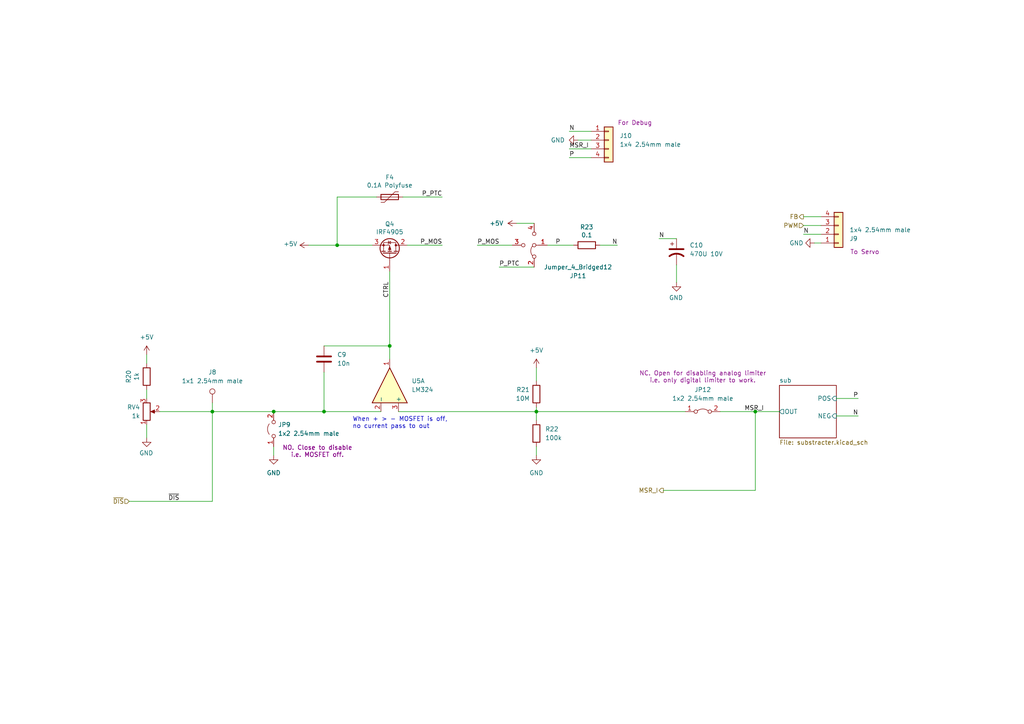
<source format=kicad_sch>
(kicad_sch (version 20231120) (generator "eeschema") (generator_version "8.0")
  (paper "A4")
  (lib_symbols
    (symbol "Amplifier_Operational:LM324" (pin_names (offset 0.127))
      (property "Reference" "U" (at 0 5.08 0))
      (property "Value" "LM324" (at 0 -5.08 0))
      (symbol "LM324_1_1"
        (polyline (pts (xy -5.08 5.08) (xy 5.08 0) (xy -5.08 -5.08) (xy -5.08 5.08)) (stroke (width 0.254)) (fill (type background)))
        (pin output line (at 7.62 0 180) (length 2.54) (name "~") (number "1"))
        (pin input line (at -7.62 -2.54 0) (length 2.54) (name "-") (number "2"))
        (pin input line (at -7.62 2.54 0) (length 2.54) (name "+") (number "3"))
      )
      (symbol "LM324_2_1"
        (polyline (pts (xy -5.08 5.08) (xy 5.08 0) (xy -5.08 -5.08) (xy -5.08 5.08)) (stroke (width 0.254)) (fill (type background)))
        (pin input line (at -7.62 2.54 0) (length 2.54) (name "+") (number "5"))
        (pin input line (at -7.62 -2.54 0) (length 2.54) (name "-") (number "6"))
        (pin output line (at 7.62 0 180) (length 2.54) (name "~") (number "7"))
      )
      (symbol "LM324_3_1"
        (polyline (pts (xy -5.08 5.08) (xy 5.08 0) (xy -5.08 -5.08) (xy -5.08 5.08)) (stroke (width 0.254)) (fill (type background)))
        (pin input line (at -7.62 2.54 0) (length 2.54) (name "+") (number "10"))
        (pin output line (at 7.62 0 180) (length 2.54) (name "~") (number "8"))
        (pin input line (at -7.62 -2.54 0) (length 2.54) (name "-") (number "9"))
      )
      (symbol "LM324_4_1"
        (polyline (pts (xy -5.08 5.08) (xy 5.08 0) (xy -5.08 -5.08) (xy -5.08 5.08)) (stroke (width 0.254)) (fill (type background)))
        (pin input line (at -7.62 2.54 0) (length 2.54) (name "+") (number "12"))
        (pin input line (at -7.62 -2.54 0) (length 2.54) (name "-") (number "13"))
        (pin output line (at 7.62 0 180) (length 2.54) (name "~") (number "14"))
      )
      (symbol "LM324_5_1"
        (pin power_in line (at -2.54 -7.62 90) (length 3.81) (name "V-") (number "11"))
        (pin power_in line (at -2.54 7.62 270) (length 3.81) (name "V+") (number "4"))
      )
    )
    (symbol "Connector:TestPoint" (pin_numbers hide) (pin_names (offset 0.762) hide)
      (property "Reference" "TP" (at 0 6.858 0))
      (property "Value" "TestPoint" (at 0 5.08 0))
      (symbol "TestPoint_0_1"
        (circle (center 0 3.302) (radius 0.762))
      )
      (symbol "TestPoint_1_1"
        (pin passive line (at 0 0 90) (length 2.54) (name "1") (number "1"))
      )
    )
    (symbol "Connector_Generic:Conn_01x04" (pin_names (offset 1.016) hide)
      (property "Reference" "J" (at 0 5.08 0))
      (property "Value" "Conn_01x04" (at 0 -7.62 0))
      (symbol "Conn_01x04_1_1"
        (rectangle (start -1.27 -4.953) (end 0 -5.207) (stroke (width 0.1524)))
        (rectangle (start -1.27 -2.413) (end 0 -2.667) (stroke (width 0.1524)))
        (rectangle (start -1.27 0.127) (end 0 -0.127) (stroke (width 0.1524)))
        (rectangle (start -1.27 2.667) (end 0 2.413) (stroke (width 0.1524)))
        (rectangle (start -1.27 3.81) (end 1.27 -6.35) (stroke (width 0.254)) (fill (type background)))
        (pin passive line (at -5.08 2.54 0) (length 3.81) (name "Pin_1") (number "1"))
        (pin passive line (at -5.08 0 0) (length 3.81) (name "Pin_2") (number "2"))
        (pin passive line (at -5.08 -2.54 0) (length 3.81) (name "Pin_3") (number "3"))
        (pin passive line (at -5.08 -5.08 0) (length 3.81) (name "Pin_4") (number "4"))
      )
    )
    (symbol "Device:C" (pin_numbers hide) (pin_names (offset 0.254))
      (property "Reference" "C" (at 0.635 2.54 0))
      (property "Value" "C" (at 0.635 -2.54 0))
      (symbol "C_0_1"
        (polyline (pts (xy -2.032 -0.762) (xy 2.032 -0.762)) (stroke (width 0.508)))
        (polyline (pts (xy -2.032 0.762) (xy 2.032 0.762)) (stroke (width 0.508)))
      )
      (symbol "C_1_1"
        (pin passive line (at 0 3.81 270) (length 2.794) (name "~") (number "1"))
        (pin passive line (at 0 -3.81 90) (length 2.794) (name "~") (number "2"))
      )
    )
    (symbol "Device:C_Polarized_US" (pin_numbers hide) (pin_names (offset 0.254) hide)
      (property "Reference" "C" (at 0.635 2.54 0))
      (property "Value" "C_Polarized_US" (at 0.635 -2.54 0))
      (symbol "C_Polarized_US_0_1"
        (polyline (pts (xy -2.032 0.762) (xy 2.032 0.762)) (stroke (width 0.508)))
        (polyline (pts (xy -1.778 2.286) (xy -0.762 2.286)))
        (polyline (pts (xy -1.27 1.778) (xy -1.27 2.794)))
        (arc (start 2.032 -1.27) (mid 0 -0.5572) (end -2.032 -1.27) (stroke (width 0.508)))
      )
      (symbol "C_Polarized_US_1_1"
        (pin passive line (at 0 3.81 270) (length 2.794) (name "~") (number "1"))
        (pin passive line (at 0 -3.81 90) (length 3.302) (name "~") (number "2"))
      )
    )
    (symbol "Device:Polyfuse" (pin_numbers hide) (pin_names (offset 0))
      (property "Reference" "F" (at -2.54 0 90))
      (property "Value" "Polyfuse" (at 2.54 0 90))
      (symbol "Polyfuse_0_1"
        (rectangle (start -0.762 2.54) (end 0.762 -2.54) (stroke (width 0.254)))
        (polyline (pts (xy 0 2.54) (xy 0 -2.54)))
        (polyline (pts (xy -1.524 2.54) (xy -1.524 1.524) (xy 1.524 -1.524) (xy 1.524 -2.54)))
      )
      (symbol "Polyfuse_1_1"
        (pin passive line (at 0 3.81 270) (length 1.27) (name "~") (number "1"))
        (pin passive line (at 0 -3.81 90) (length 1.27) (name "~") (number "2"))
      )
    )
    (symbol "Device:Q_PMOS_GDS" (pin_names (offset 0) hide)
      (property "Reference" "Q" (at 5.08 1.27 0))
      (property "Value" "Q_PMOS_GDS" (at 5.08 -1.27 0))
      (symbol "Q_PMOS_GDS_0_1"
        (polyline (pts (xy 0.254 0) (xy -2.54 0)))
        (polyline (pts (xy 0.254 1.905) (xy 0.254 -1.905)) (stroke (width 0.254)))
        (polyline (pts (xy 0.762 -1.27) (xy 0.762 -2.286)) (stroke (width 0.254)))
        (polyline (pts (xy 0.762 0.508) (xy 0.762 -0.508)) (stroke (width 0.254)))
        (polyline (pts (xy 0.762 2.286) (xy 0.762 1.27)) (stroke (width 0.254)))
        (polyline (pts (xy 2.54 2.54) (xy 2.54 1.778)))
        (polyline (pts (xy 2.54 -2.54) (xy 2.54 0) (xy 0.762 0)))
        (polyline (pts (xy 0.762 1.778) (xy 3.302 1.778) (xy 3.302 -1.778) (xy 0.762 -1.778)))
        (polyline (pts (xy 2.286 0) (xy 1.27 0.381) (xy 1.27 -0.381) (xy 2.286 0)) (fill (type outline)))
        (polyline (pts (xy 2.794 -0.508) (xy 2.921 -0.381) (xy 3.683 -0.381) (xy 3.81 -0.254)))
        (polyline (pts (xy 3.302 -0.381) (xy 2.921 0.254) (xy 3.683 0.254) (xy 3.302 -0.381)))
        (circle (center 1.651 0) (radius 2.794) (stroke (width 0.254)))
        (circle (center 2.54 -1.778) (radius 0.254) (fill (type outline)))
        (circle (center 2.54 1.778) (radius 0.254) (fill (type outline)))
      )
      (symbol "Q_PMOS_GDS_1_1"
        (pin input line (at -5.08 0 0) (length 2.54) (name "G") (number "1"))
        (pin passive line (at 2.54 5.08 270) (length 2.54) (name "D") (number "2"))
        (pin passive line (at 2.54 -5.08 90) (length 2.54) (name "S") (number "3"))
      )
    )
    (symbol "Device:R" (pin_numbers hide) (pin_names (offset 0))
      (property "Reference" "R" (at 2.032 0 90))
      (property "Value" "R" (at 0 0 90))
      (symbol "R_0_1"
        (rectangle (start -1.016 -2.54) (end 1.016 2.54) (stroke (width 0.254)))
      )
      (symbol "R_1_1"
        (pin passive line (at 0 3.81 270) (length 1.27) (name "~") (number "1"))
        (pin passive line (at 0 -3.81 90) (length 1.27) (name "~") (number "2"))
      )
    )
    (symbol "Device:R_Potentiometer" (pin_names (offset 1.016) hide)
      (property "Reference" "RV" (at -4.445 0 90))
      (property "Value" "R_Potentiometer" (at -2.54 0 90))
      (symbol "R_Potentiometer_0_1"
        (polyline (pts (xy 2.54 0) (xy 1.524 0)))
        (polyline (pts (xy 1.143 0) (xy 2.286 0.508) (xy 2.286 -0.508) (xy 1.143 0)) (fill (type outline)))
        (rectangle (start 1.016 2.54) (end -1.016 -2.54) (stroke (width 0.254)))
      )
      (symbol "R_Potentiometer_1_1"
        (pin passive line (at 0 3.81 270) (length 1.27) (name "1") (number "1"))
        (pin passive line (at 3.81 0 180) (length 1.27) (name "2") (number "2"))
        (pin passive line (at 0 -3.81 90) (length 1.27) (name "3") (number "3"))
      )
    )
    (symbol "Extra_Common:Jumper_4_Bridged12" (pin_names (offset 0) hide)
      (property "Reference" "JP" (at -2.54 -2.54 0))
      (property "Value" "Jumper_4_Bridged12" (at 12.7 3.81 0))
      (symbol "Jumper_4_Bridged12_0_0"
        (circle (center -3.302 0) (radius 0.508))
        (circle (center 0 0) (radius 0.508))
        (circle (center 0 3.175) (radius 0.508))
        (circle (center 3.302 0) (radius 0.508))
      )
      (symbol "Jumper_4_Bridged12_0_1"
        (arc (start -0.254 0.508) (mid -1.651 0.9912) (end -3.048 0.508))
        (polyline (pts (xy 0 -1.27) (xy 0 -0.508)))
      )
      (symbol "Jumper_4_Bridged12_1_1"
        (pin passive line (at 0 -3.81 90) (length 2.54) (name "C") (number "1"))
        (pin passive line (at -6.35 0 0) (length 2.54) (name "A") (number "2"))
        (pin passive line (at 0 6.35 270) (length 2.54) (name "D") (number "3"))
        (pin passive line (at 6.35 0 180) (length 2.54) (name "B") (number "4"))
      )
    )
    (symbol "Jumper:Jumper_2_Bridged" (pin_names (offset 0) hide)
      (property "Reference" "JP" (at 0 1.905 0))
      (property "Value" "Jumper_2_Bridged" (at 0 -2.54 0))
      (symbol "Jumper_2_Bridged_0_0"
        (circle (center -2.032 0) (radius 0.508))
        (circle (center 2.032 0) (radius 0.508))
      )
      (symbol "Jumper_2_Bridged_0_1"
        (arc (start 1.524 0.254) (mid 0 0.762) (end -1.524 0.254))
      )
      (symbol "Jumper_2_Bridged_1_1"
        (pin passive line (at -5.08 0 0) (length 2.54) (name "A") (number "1"))
        (pin passive line (at 5.08 0 180) (length 2.54) (name "B") (number "2"))
      )
    )
    (symbol "Jumper:Jumper_2_Open" (pin_names (offset 0) hide)
      (property "Reference" "JP" (at 0 2.794 0))
      (property "Value" "Jumper_2_Open" (at 0 -2.286 0))
      (symbol "Jumper_2_Open_0_0"
        (circle (center -2.032 0) (radius 0.508))
        (circle (center 2.032 0) (radius 0.508))
      )
      (symbol "Jumper_2_Open_0_1"
        (arc (start 1.524 1.27) (mid 0 1.778) (end -1.524 1.27))
      )
      (symbol "Jumper_2_Open_1_1"
        (pin passive line (at -5.08 0 0) (length 2.54) (name "A") (number "1"))
        (pin passive line (at 5.08 0 180) (length 2.54) (name "B") (number "2"))
      )
    )
    (symbol "power:+5V" (power) (pin_names (offset 0))
      (property "Value" "+5V" (at 0 3.556 0))
      (symbol "+5V_0_1"
        (polyline (pts (xy -0.762 1.27) (xy 0 2.54)))
        (polyline (pts (xy 0 0) (xy 0 2.54)))
        (polyline (pts (xy 0 2.54) (xy 0.762 1.27)))
      )
      (symbol "+5V_1_1"
        (pin power_in line (at 0 0 90) (length 0) hide (name "+5V") (number "1"))
      )
    )
    (symbol "power:GND" (power) (pin_names (offset 0))
      (property "Value" "GND" (at 0 -3.81 0))
      (symbol "GND_0_1"
        (polyline (pts (xy 0 0) (xy 0 -1.27) (xy 1.27 -1.27) (xy 0 -2.54) (xy -1.27 -1.27) (xy 0 -1.27)))
      )
      (symbol "GND_1_1"
        (pin power_in line (at 0 0 270) (length 0) hide (name "GND") (number "1"))
      )
    )
  )
  (junction (at 113.03 100.33))
  (junction (at 79.375 119.38))
  (junction (at 93.98 119.38))
  (junction (at 61.595 119.38))
  (junction (at 155.575 119.38))
  (junction (at 219.075 119.38))
  (junction (at 97.79 71.12))
  (wire (pts (xy 248.92 115.57) (xy 242.57 115.57)))
  (wire (pts (xy 165.1 43.18) (xy 171.45 43.18)))
  (wire (pts (xy 118.11 71.12) (xy 128.27 71.12)))
  (wire (pts (xy 155.575 119.38) (xy 155.575 121.92)))
  (wire (pts (xy 238.125 67.945) (xy 233.045 67.945)))
  (wire (pts (xy 79.375 129.54) (xy 79.375 132.08)))
  (wire (pts (xy 61.595 119.38) (xy 61.595 116.84)))
  (wire (pts (xy 113.03 100.33) (xy 113.03 104.14)))
  (wire (pts (xy 115.57 119.38) (xy 155.575 119.38)))
  (wire (pts (xy 192.405 142.24) (xy 219.075 142.24)))
  (wire (pts (xy 238.125 65.405) (xy 233.045 65.405)))
  (wire (pts (xy 196.215 81.915) (xy 196.215 76.835)))
  (wire (pts (xy 219.075 119.38) (xy 219.075 142.24)))
  (wire (pts (xy 155.575 129.54) (xy 155.575 132.08)))
  (wire (pts (xy 42.545 123.19) (xy 42.545 127)))
  (wire (pts (xy 116.84 57.15) (xy 128.27 57.15)))
  (wire (pts (xy 155.575 106.68) (xy 155.575 110.49)))
  (wire (pts (xy 155.575 119.38) (xy 198.755 119.38)))
  (wire (pts (xy 155.575 118.11) (xy 155.575 119.38)))
  (wire (pts (xy 165.1 38.1) (xy 171.45 38.1)))
  (wire (pts (xy 148.59 71.12) (xy 138.43 71.12)))
  (wire (pts (xy 208.915 119.38) (xy 219.075 119.38)))
  (wire (pts (xy 248.92 120.65) (xy 242.57 120.65)))
  (wire (pts (xy 79.375 119.38) (xy 93.98 119.38)))
  (wire (pts (xy 42.545 102.87) (xy 42.545 105.41)))
  (wire (pts (xy 113.03 78.74) (xy 113.03 100.33)))
  (wire (pts (xy 219.075 119.38) (xy 226.06 119.38)))
  (wire (pts (xy 37.465 145.415) (xy 61.595 145.415)))
  (wire (pts (xy 233.045 62.865) (xy 238.125 62.865)))
  (wire (pts (xy 93.98 119.38) (xy 110.49 119.38)))
  (wire (pts (xy 236.22 70.485) (xy 238.125 70.485)))
  (wire (pts (xy 93.98 107.95) (xy 93.98 119.38)))
  (wire (pts (xy 154.94 77.47) (xy 144.78 77.47)))
  (wire (pts (xy 158.75 71.12) (xy 166.37 71.12)))
  (wire (pts (xy 61.595 145.415) (xy 61.595 119.38)))
  (wire (pts (xy 196.215 69.215) (xy 191.135 69.215)))
  (wire (pts (xy 61.595 119.38) (xy 79.375 119.38)))
  (wire (pts (xy 97.79 57.15) (xy 109.22 57.15)))
  (wire (pts (xy 173.99 71.12) (xy 179.07 71.12)))
  (wire (pts (xy 89.535 71.12) (xy 97.79 71.12)))
  (wire (pts (xy 42.545 113.03) (xy 42.545 115.57)))
  (wire (pts (xy 97.79 71.12) (xy 97.79 57.15)))
  (wire (pts (xy 149.86 64.77) (xy 154.94 64.77)))
  (wire (pts (xy 171.45 40.64) (xy 167.64 40.64)))
  (wire (pts (xy 93.98 100.33) (xy 113.03 100.33)))
  (wire (pts (xy 97.79 71.12) (xy 107.95 71.12)))
  (wire (pts (xy 46.355 119.38) (xy 61.595 119.38)))
  (wire (pts (xy 165.1 45.72) (xy 171.45 45.72)))
  (text "When + > - MOSFET is off,\nno current pass to out" (at 102.235 124.46 0) (effects (font (size 1.27 1.27)) (justify left bottom)))
  (label "P_MOS" (at 128.27 71.12 180))
  (label "N" (at 191.135 69.215 0))
  (label "P" (at 165.1 45.72 0))
  (label "P_PTC" (at 128.27 57.15 180))
  (label "~{DIS}" (at 52.07 145.415 180))
  (label "CTRL" (at 113.03 86.36 90))
  (label "MSR_I" (at 215.9 119.38 0))
  (label "N" (at 233.045 67.945 0))
  (label "MSR_I" (at 165.1 43.18 0))
  (label "P" (at 162.56 71.12 180))
  (label "N" (at 248.92 120.65 180))
  (label "N" (at 179.07 71.12 180))
  (label "P_MOS" (at 138.43 71.12 0))
  (label "P" (at 248.92 115.57 180))
  (label "P_PTC" (at 144.78 77.47 0))
  (label "N" (at 165.1 38.1 0))
  (hierarchical_label "~{DIS}" (shape input) (at 37.465 145.415 180))
  (hierarchical_label "PWM" (shape input) (at 233.045 65.405 180))
  (hierarchical_label "MSR_I" (shape output) (at 192.405 142.24 180))
  (hierarchical_label "FB" (shape output) (at 233.045 62.865 180))
  (symbol (lib_id "power:+5V") (at 149.86 64.77 90) (unit 1)
    (property "Reference" "#PWR043" (effects (hide yes)))
    (property "Value" "+5V" (at 146.05 64.7699 90) (effects (justify left)))
    (instances (project "" (path "" (reference "#PWR043") (unit 1)) (path "" (reference "#PWR024") (unit 1)) (path "" (reference "#PWR029") (unit 1)) (path "" (reference "#PWR056") (unit 1))))
  )
  (symbol (lib_id "power:+5V") (at 42.545 102.87 0) (unit 1)
    (property "Reference" "#PWR039" (effects (hide yes)))
    (property "Value" "+5V" (at 42.545 97.79 0))
    (instances (project "" (path "" (reference "#PWR039") (unit 1)) (path "" (reference "#PWR011") (unit 1)) (path "" (reference "#PWR025") (unit 1)) (path "" (reference "#PWR052") (unit 1))))
  )
  (symbol (lib_id "Connector:TestPoint") (at 61.595 116.84 0) (unit 1)
    (property "Reference" "J8" (at 61.595 107.95 0))
    (property "Value" "1x1 2.54mm male" (at 61.595 110.49 0))
    (property "Footprint" "Connector_PinHeader_2.54mm:PinHeader_1x01_P2.54mm_Vertical" (effects (hide yes)))
    (instances (project "" (path "" (reference "J8") (unit 1)) (path "" (reference "J3") (unit 1)) (path "" (reference "J2") (unit 1)) (path "" (reference "J11") (unit 1))))
  )
  (symbol (lib_id "Device:R") (at 42.545 109.22 0) (unit 1)
    (property "Reference" "R20" (at 37.2872 109.22 90))
    (property "Value" "1k" (at 39.5986 109.22 90))
    (property "Footprint" "For_Rasterboard:R_Axial_DIN0207_L6.3mm_D2.5mm_P12.70mm_Horizontal" (effects (hide yes)))
    (instances (project "" (path "" (reference "R20") (unit 1)) (path "" (reference "R1") (unit 1)) (path "" (reference "R9") (unit 1)) (path "" (reference "R34") (unit 1))))
  )
  (symbol (lib_id "power:GND") (at 196.215 81.915 0) (unit 1)
    (property "Reference" "#PWR046" (effects (hide yes)))
    (property "Value" "GND" (at 198.12 86.36 0) (effects (justify right)))
    (instances (project "" (path "" (reference "#PWR046") (unit 1)) (path "" (reference "#PWR0111") (unit 1)) (path "" (reference "#PWR033") (unit 1)) (path "" (reference "#PWR059") (unit 1))))
  )
  (symbol (lib_id "Jumper:Jumper_2_Open") (at 79.375 124.46 90) (unit 1)
    (property "Reference" "JP9" (at 80.645 123.1899 90) (effects (justify right)))
    (property "Value" "1x2 2.54mm male" (at 80.645 125.7299 90) (effects (justify right)))
    (property "Footprint" "Connector_PinHeader_2.54mm:PinHeader_1x02_P2.54mm_Vertical" (effects (hide yes)))
    (property "Comment" "NO. Close to disable\ni.e. MOSFET off." (at 92.075 130.81 90))
    (instances (project "" (path "" (reference "JP9") (unit 1)) (path "" (reference "JP4") (unit 1)) (path "" (reference "JP5") (unit 1)) (path "" (reference "JP13") (unit 1))))
  )
  (symbol (lib_id "Device:R") (at 155.575 125.73 180) (unit 1)
    (property "Reference" "R22" (at 158.115 124.4599 0) (effects (justify right)))
    (property "Value" "100k" (at 158.115 126.9999 0) (effects (justify right)))
    (property "Footprint" "For_Rasterboard:R_Axial_DIN0207_L6.3mm_D2.5mm_P7.62mm_Horizontal" (effects (hide yes)))
    (instances (project "" (path "" (reference "R22") (unit 1)) (path "" (reference "R8") (unit 1)) (path "" (reference "R11") (unit 1)) (path "" (reference "R36") (unit 1))))
  )
  (symbol (lib_id "power:GND") (at 167.64 40.64 270) (mirror x) (unit 1)
    (property "Reference" "#PWR0104" (effects (hide yes)))
    (property "Value" "GND" (at 163.83 40.6399 90) (effects (justify right)))
    (instances (project "" (path "" (reference "#PWR0104") (unit 1)) (path "" (reference "#PWR0102") (unit 1)) (path "" (reference "#PWR0103") (unit 1)) (path "" (reference "#PWR0105") (unit 1))))
  )
  (symbol (lib_id "Connector_Generic:Conn_01x04") (at 176.53 40.64 0) (unit 1)
    (property "Reference" "J10" (at 179.705 39.3699 0) (effects (justify left)))
    (property "Value" "1x4 2.54mm male" (at 179.705 41.9099 0) (effects (justify left)))
    (property "Footprint" "Connector_PinHeader_2.54mm:PinHeader_1x04_P2.54mm_Vertical" (effects (hide yes)))
    (property "Comment" "For Debug" (at 184.15 35.56 0))
    (instances (project "" (path "" (reference "J10") (unit 1)) (path "" (reference "J5") (unit 1)) (path "" (reference "J7") (unit 1)) (path "" (reference "J13") (unit 1))))
  )
  (symbol (lib_id "power:+5V") (at 89.535 71.12 90) (unit 1)
    (property "Reference" "#PWR042" (effects (hide yes)))
    (property "Value" "+5V" (at 86.2838 70.739 90) (effects (justify left)))
    (instances (project "" (path "" (reference "#PWR042") (unit 1)) (path "" (reference "#PWR023") (unit 1)) (path "" (reference "#PWR028") (unit 1)) (path "" (reference "#PWR055") (unit 1))))
  )
  (symbol (lib_id "power:GND") (at 42.545 127 0) (mirror y) (unit 1)
    (property "Reference" "#PWR040" (effects (hide yes)))
    (property "Value" "GND" (at 42.418 131.3942 0))
    (instances (project "" (path "" (reference "#PWR040") (unit 1)) (path "" (reference "#PWR012") (unit 1)) (path "" (reference "#PWR026") (unit 1)) (path "" (reference "#PWR053") (unit 1))))
  )
  (symbol (lib_id "power:GND") (at 79.375 132.08 0) (unit 1)
    (property "Reference" "#PWR041" (effects (hide yes)))
    (property "Value" "GND" (at 79.375 137.16 0))
    (instances (project "" (path "" (reference "#PWR041") (unit 1)) (path "" (reference "#PWR0107") (unit 1)) (path "" (reference "#PWR027") (unit 1)) (path "" (reference "#PWR054") (unit 1))))
  )
  (symbol (lib_id "Extra_Common:Jumper_4_Bridged12") (at 154.94 71.12 90) (unit 1)
    (property "Reference" "JP11" (at 167.64 80.01 90))
    (property "Value" "Jumper_4_Bridged12" (at 167.64 77.47 90))
    (property "Footprint" "Extra_Common:Jumper4_PinHeader_1x04_P2.54mm_Vertical" (effects (hide yes)))
    (instances (project "" (path "" (reference "JP11") (unit 1)) (path "" (reference "JP2") (unit 1)) (path "" (reference "JP7") (unit 1)) (path "" (reference "JP15") (unit 1))))
  )
  (symbol (lib_id "Device:C_Polarized_US") (at 196.215 73.025 0) (unit 1)
    (property "Reference" "C10" (at 200.025 71.1199 0) (effects (justify left)))
    (property "Value" "470U 10V" (at 200.025 73.6599 0) (effects (justify left)))
    (property "Footprint" "Capacitor_THT:CP_Radial_D10.0mm_P2.50mm" (effects (hide yes)))
    (instances (project "" (path "" (reference "C10") (unit 1)) (path "" (reference "C6") (unit 1)) (path "" (reference "C8") (unit 1)) (path "" (reference "C12") (unit 1))))
  )
  (symbol (lib_id "power:+5V") (at 155.575 106.68 0) (unit 1)
    (property "Reference" "#PWR044" (effects (hide yes)))
    (property "Value" "+5V" (at 155.575 101.6 0))
    (instances (project "" (path "" (reference "#PWR044") (unit 1)) (path "" (reference "#PWR03") (unit 1)) (path "" (reference "#PWR031") (unit 1)) (path "" (reference "#PWR057") (unit 1))))
  )
  (symbol (lib_id "Device:R") (at 170.18 71.12 270) (unit 1)
    (property "Reference" "R23" (at 170.18 65.8622 90))
    (property "Value" "0.1" (at 170.18 68.1736 90))
    (property "Footprint" "For_Rasterboard:R_Axial_DIN0207_L6.3mm_D2.5mm_P7.62mm_Horizontal" (effects (hide yes)))
    (instances (project "" (path "" (reference "R23") (unit 1)) (path "" (reference "R2") (unit 1)) (path "" (reference "R12") (unit 1)) (path "" (reference "R37") (unit 1))))
  )
  (symbol (lib_id "Device:R_Potentiometer") (at 42.545 119.38 0) (mirror x) (unit 1)
    (property "Reference" "RV4" (at 40.64 118.1099 0) (effects (justify right)))
    (property "Value" "1k" (at 40.64 120.6499 0) (effects (justify right)))
    (property "Footprint" "Potentiometer_THT:Potentiometer_Piher_PT-10-V10_Vertical" (effects (hide yes)))
    (instances (project "" (path "" (reference "RV4") (unit 1)) (path "" (reference "RV1") (unit 1)) (path "" (reference "RV2") (unit 1)) (path "" (reference "RV7") (unit 1))))
  )
  (symbol (lib_id "power:GND") (at 155.575 132.08 0) (unit 1)
    (property "Reference" "#PWR045" (effects (hide yes)))
    (property "Value" "GND" (at 155.575 137.16 0))
    (instances (project "" (path "" (reference "#PWR045") (unit 1)) (path "" (reference "#PWR04") (unit 1)) (path "" (reference "#PWR032") (unit 1)) (path "" (reference "#PWR058") (unit 1))))
  )
  (symbol (lib_id "Amplifier_Operational:LM324") (at 113.03 111.76 270) (mirror x) (unit 1)
    (property "Reference" "U5" (at 119.38 110.4899 90) (effects (justify left)))
    (property "Value" "LM324" (at 119.38 113.0299 90) (effects (justify left)))
    (property "Footprint" "Package_DIP:DIP-14_W7.62mm" (effects (hide yes)))
    (property "Datasheet" "http://www.ti.com/lit/ds/symlink/lm2902-n.pdf" (effects (hide yes)))
    (instances (project "" (path "" (reference "U5") (unit 1)) (path "" (reference "U1") (unit 1)) (path "" (reference "U1") (unit 2)) (path "" (reference "U5") (unit 2))))
  )
  (symbol (lib_id "Jumper:Jumper_2_Bridged") (at 203.835 119.38 0) (unit 1)
    (property "Reference" "JP12" (at 203.835 113.03 0))
    (property "Value" "1x2 2.54mm male" (at 203.835 115.57 0))
    (property "Footprint" "Connector_PinHeader_2.54mm:PinHeader_1x02_P2.54mm_Vertical" (effects (hide yes)))
    (property "Comment" "NC. Open for disabling analog limiter\ni.e. only digital limiter to work." (at 203.835 109.22 0))
    (instances (project "" (path "" (reference "JP12") (unit 1)) (path "" (reference "JP3") (unit 1)) (path "" (reference "JP8") (unit 1)) (path "" (reference "JP16") (unit 1))))
  )
  (symbol (lib_id "Device:C") (at 93.98 104.14 0) (unit 1)
    (property "Reference" "C9" (at 97.79 102.8699 0) (effects (justify left)))
    (property "Value" "10n" (at 97.79 105.4099 0) (effects (justify left)))
    (property "Footprint" "For_Rasterboard:C_Disc_D3.0mm_W1.6mm_P2.50mm" (effects (hide yes)))
    (instances (project "" (path "" (reference "C9") (unit 1)) (path "" (reference "C5") (unit 1)) (path "" (reference "C7") (unit 1)) (path "" (reference "C11") (unit 1))))
  )
  (symbol (lib_id "power:GND") (at 236.22 70.485 270) (unit 1)
    (property "Reference" "#PWR047" (effects (hide yes)))
    (property "Value" "GND" (at 233.045 70.4849 90) (effects (justify right)))
    (instances (project "" (path "" (reference "#PWR047") (unit 1)) (path "" (reference "#PWR014") (unit 1)) (path "" (reference "#PWR034") (unit 1)) (path "" (reference "#PWR060") (unit 1))))
  )
  (symbol (lib_id "Device:Polyfuse") (at 113.03 57.15 270) (unit 1)
    (property "Reference" "F4" (at 113.03 51.435 90))
    (property "Value" "0.1A Polyfuse" (at 113.03 53.7464 90))
    (property "Footprint" "For_Rasterboard:C_Disc_D3.0mm_W1.6mm_P5.00mm" (effects (hide yes)))
    (property "MFN" "MF-R010" (effects (hide yes)))
    (property "OC" "OS PTC 0.1A" (effects (hide yes)))
    (property "OC2" "49" (effects (hide yes)))
    (property "Distributor" "Orbit" (effects (hide yes)))
    (instances (project "" (path "" (reference "F4") (unit 1)) (path "" (reference "F2") (unit 1)) (path "" (reference "F3") (unit 1)) (path "" (reference "F5") (unit 1))))
  )
  (symbol (lib_id "Device:Q_PMOS_GDS") (at 113.03 73.66 270) (mirror x) (unit 1)
    (property "Reference" "Q4" (at 113.03 64.9732 90))
    (property "Value" "IRF4905" (at 113.03 67.2846 90))
    (property "Footprint" "Package_TO_SOT_THT:TO-220-3_Vertical" (effects (hide yes)))
    (instances (project "" (path "" (reference "Q4") (unit 1)) (path "" (reference "Q1") (unit 1)) (path "" (reference "Q2") (unit 1)) (path "" (reference "Q5") (unit 1))))
  )
  (symbol (lib_id "Device:R") (at 155.575 114.3 0) (mirror x) (unit 1)
    (property "Reference" "R21" (at 153.67 113.0299 0) (effects (justify right)))
    (property "Value" "10M" (at 153.67 115.5699 0) (effects (justify right)))
    (property "Footprint" "For_Rasterboard:R_Axial_DIN0207_L6.3mm_D2.5mm_P2.54mm_Vertical" (effects (hide yes)))
    (instances (project "" (path "" (reference "R21") (unit 1)) (path "" (reference "R7") (unit 1)) (path "" (reference "R10") (unit 1)) (path "" (reference "R35") (unit 1))))
  )
  (symbol (lib_id "Connector_Generic:Conn_01x04") (at 243.205 67.945 0) (mirror x) (unit 1)
    (property "Reference" "J9" (at 246.38 69.2151 0) (effects (justify left)))
    (property "Value" "1x4 2.54mm male" (at 246.38 66.6751 0) (effects (justify left)))
    (property "Footprint" "Connector_PinHeader_2.54mm:PinHeader_1x04_P2.54mm_Vertical" (effects (hide yes)))
    (property "Comment" "To Servo" (at 250.825 73.025 0))
    (instances (project "" (path "" (reference "J9") (unit 1)) (path "" (reference "J4") (unit 1)) (path "" (reference "J6") (unit 1)) (path "" (reference "J12") (unit 1))))
  )
  (sheet (at 226.06 111.76) (size 16.51 15.24) (stroke (width 0.1524))
    (property "Sheetname" "sub" (at 226.06 111.0484 0) (effects (justify left bottom)))
    (property "Sheetfile" "substracter.kicad_sch" (at 226.06 127.5846 0) (effects (justify left top)))
    (pin "POS" input (at 242.57 115.57 0))
    (pin "NEG" input (at 242.57 120.65 0))
    (pin "OUT" output (at 226.06 119.38 180))
  )
)
</source>
